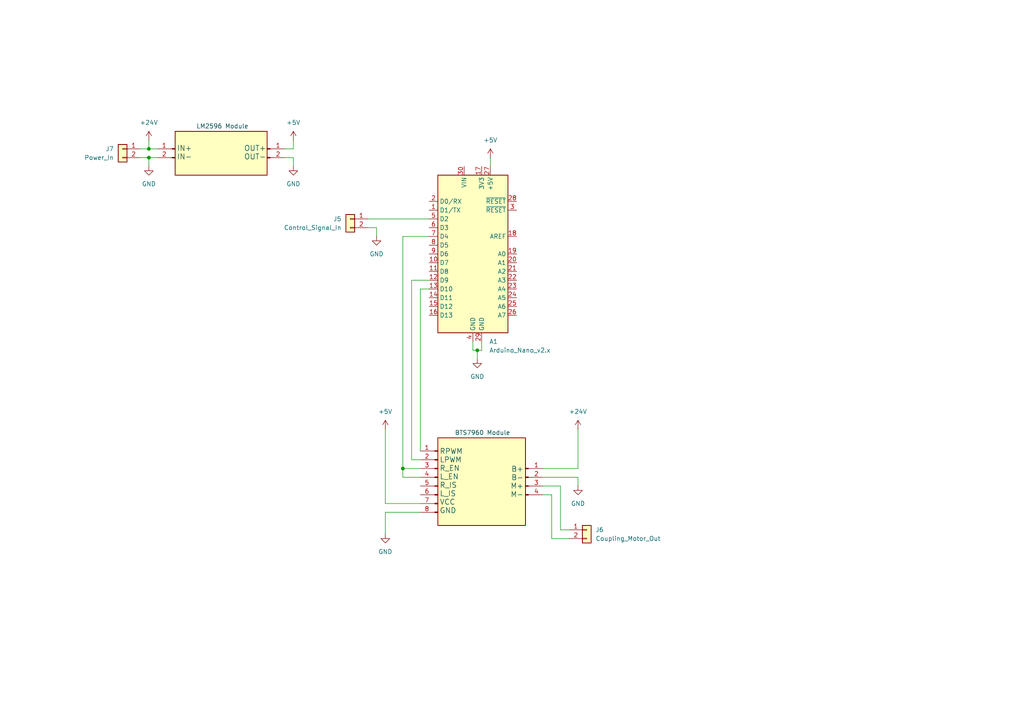
<source format=kicad_sch>
(kicad_sch (version 20231120) (generator "eeschema") (generator_version "8.0")
  (paper "A4")
  (title_block (title "Coupling Motor Controller") (company "Instituto Mauá de Tecnologia"))
  (lib_symbols
    (symbol "Connector:Conn_01x02_Pin" (pin_names (offset 1.016) hide)
      (property "Reference" "J" (at 0 2.54 0))
      (property "Value" "Conn_01x02_Pin" (at 0 -5.08 0))
      (symbol "Conn_01x02_Pin_1_1"
        (polyline (pts (xy 1.27 -2.54) (xy 0.8636 -2.54)) (stroke (width 0.1524)))
        (polyline (pts (xy 1.27 0) (xy 0.8636 0)) (stroke (width 0.1524)))
        (rectangle (start 0.8636 -2.413) (end 0 -2.667) (stroke (width 0.1524)) (fill (type outline)))
        (rectangle (start 0.8636 0.127) (end 0 -0.127) (stroke (width 0.1524)) (fill (type outline)))
        (pin passive line (at 5.08 0 180) (length 3.81) (name "Pin_1") (number "1"))
        (pin passive line (at 5.08 -2.54 180) (length 3.81) (name "Pin_2") (number "2"))
      )
    )
    (symbol "Connector:Conn_01x04_Pin" (pin_names (offset 1.016) hide)
      (property "Reference" "J" (at 0 5.08 0))
      (property "Value" "Conn_01x04_Pin" (at 0 -7.62 0))
      (symbol "Conn_01x04_Pin_1_1"
        (polyline (pts (xy 1.27 -5.08) (xy 0.8636 -5.08)) (stroke (width 0.1524)))
        (polyline (pts (xy 1.27 -2.54) (xy 0.8636 -2.54)) (stroke (width 0.1524)))
        (polyline (pts (xy 1.27 0) (xy 0.8636 0)) (stroke (width 0.1524)))
        (polyline (pts (xy 1.27 2.54) (xy 0.8636 2.54)) (stroke (width 0.1524)))
        (rectangle (start 0.8636 -4.953) (end 0 -5.207) (stroke (width 0.1524)) (fill (type outline)))
        (rectangle (start 0.8636 -2.413) (end 0 -2.667) (stroke (width 0.1524)) (fill (type outline)))
        (rectangle (start 0.8636 0.127) (end 0 -0.127) (stroke (width 0.1524)) (fill (type outline)))
        (rectangle (start 0.8636 2.667) (end 0 2.413) (stroke (width 0.1524)) (fill (type outline)))
        (pin passive line (at 5.08 2.54 180) (length 3.81) (name "Pin_1") (number "1"))
        (pin passive line (at 5.08 0 180) (length 3.81) (name "Pin_2") (number "2"))
        (pin passive line (at 5.08 -2.54 180) (length 3.81) (name "Pin_3") (number "3"))
        (pin passive line (at 5.08 -5.08 180) (length 3.81) (name "Pin_4") (number "4"))
      )
    )
    (symbol "Connector:Conn_01x08_Pin" (pin_names (offset 1.016) hide)
      (property "Reference" "J" (at 0 10.16 0))
      (property "Value" "Conn_01x08_Pin" (at 0 -12.7 0))
      (symbol "Conn_01x08_Pin_1_1"
        (polyline (pts (xy 1.27 -10.16) (xy 0.8636 -10.16)) (stroke (width 0.1524)))
        (polyline (pts (xy 1.27 -7.62) (xy 0.8636 -7.62)) (stroke (width 0.1524)))
        (polyline (pts (xy 1.27 -5.08) (xy 0.8636 -5.08)) (stroke (width 0.1524)))
        (polyline (pts (xy 1.27 -2.54) (xy 0.8636 -2.54)) (stroke (width 0.1524)))
        (polyline (pts (xy 1.27 0) (xy 0.8636 0)) (stroke (width 0.1524)))
        (polyline (pts (xy 1.27 2.54) (xy 0.8636 2.54)) (stroke (width 0.1524)))
        (polyline (pts (xy 1.27 5.08) (xy 0.8636 5.08)) (stroke (width 0.1524)))
        (polyline (pts (xy 1.27 7.62) (xy 0.8636 7.62)) (stroke (width 0.1524)))
        (rectangle (start 0.8636 -10.033) (end 0 -10.287) (stroke (width 0.1524)) (fill (type outline)))
        (rectangle (start 0.8636 -7.493) (end 0 -7.747) (stroke (width 0.1524)) (fill (type outline)))
        (rectangle (start 0.8636 -4.953) (end 0 -5.207) (stroke (width 0.1524)) (fill (type outline)))
        (rectangle (start 0.8636 -2.413) (end 0 -2.667) (stroke (width 0.1524)) (fill (type outline)))
        (rectangle (start 0.8636 0.127) (end 0 -0.127) (stroke (width 0.1524)) (fill (type outline)))
        (rectangle (start 0.8636 2.667) (end 0 2.413) (stroke (width 0.1524)) (fill (type outline)))
        (rectangle (start 0.8636 5.207) (end 0 4.953) (stroke (width 0.1524)) (fill (type outline)))
        (rectangle (start 0.8636 7.747) (end 0 7.493) (stroke (width 0.1524)) (fill (type outline)))
        (pin passive line (at 5.08 7.62 180) (length 3.81) (name "Pin_1") (number "1"))
        (pin passive line (at 5.08 5.08 180) (length 3.81) (name "Pin_2") (number "2"))
        (pin passive line (at 5.08 2.54 180) (length 3.81) (name "Pin_3") (number "3"))
        (pin passive line (at 5.08 0 180) (length 3.81) (name "Pin_4") (number "4"))
        (pin passive line (at 5.08 -2.54 180) (length 3.81) (name "Pin_5") (number "5"))
        (pin passive line (at 5.08 -5.08 180) (length 3.81) (name "Pin_6") (number "6"))
        (pin passive line (at 5.08 -7.62 180) (length 3.81) (name "Pin_7") (number "7"))
        (pin passive line (at 5.08 -10.16 180) (length 3.81) (name "Pin_8") (number "8"))
      )
    )
    (symbol "Connector_Generic:Conn_01x02" (pin_names (offset 1.016) hide)
      (property "Reference" "J" (at 0 2.54 0))
      (property "Value" "Conn_01x02" (at 0 -5.08 0))
      (symbol "Conn_01x02_1_1"
        (rectangle (start -1.27 -2.413) (end 0 -2.667) (stroke (width 0.1524)))
        (rectangle (start -1.27 0.127) (end 0 -0.127) (stroke (width 0.1524)))
        (rectangle (start -1.27 1.27) (end 1.27 -3.81) (stroke (width 0.254)) (fill (type background)))
        (pin passive line (at -5.08 0 0) (length 3.81) (name "Pin_1") (number "1"))
        (pin passive line (at -5.08 -2.54 0) (length 3.81) (name "Pin_2") (number "2"))
      )
    )
    (symbol "MCU_Module:Arduino_Nano_v2.x"
      (property "Reference" "A" (at -10.16 23.495 0))
      (property "Value" "Arduino_Nano_v2.x" (at 5.08 -24.13 0))
      (symbol "Arduino_Nano_v2.x_0_1"
        (rectangle (start -10.16 22.86) (end 10.16 -22.86) (stroke (width 0.254)) (fill (type background)))
      )
      (symbol "Arduino_Nano_v2.x_1_1"
        (pin bidirectional line (at -12.7 12.7 0) (length 2.54) (name "D1/TX") (number "1"))
        (pin bidirectional line (at -12.7 -2.54 0) (length 2.54) (name "D7") (number "10"))
        (pin bidirectional line (at -12.7 -5.08 0) (length 2.54) (name "D8") (number "11"))
        (pin bidirectional line (at -12.7 -7.62 0) (length 2.54) (name "D9") (number "12"))
        (pin bidirectional line (at -12.7 -10.16 0) (length 2.54) (name "D10") (number "13"))
        (pin bidirectional line (at -12.7 -12.7 0) (length 2.54) (name "D11") (number "14"))
        (pin bidirectional line (at -12.7 -15.24 0) (length 2.54) (name "D12") (number "15"))
        (pin bidirectional line (at -12.7 -17.78 0) (length 2.54) (name "D13") (number "16"))
        (pin power_out line (at 2.54 25.4 270) (length 2.54) (name "3V3") (number "17"))
        (pin input line (at 12.7 5.08 180) (length 2.54) (name "AREF") (number "18"))
        (pin bidirectional line (at 12.7 0 180) (length 2.54) (name "A0") (number "19"))
        (pin bidirectional line (at -12.7 15.24 0) (length 2.54) (name "D0/RX") (number "2"))
        (pin bidirectional line (at 12.7 -2.54 180) (length 2.54) (name "A1") (number "20"))
        (pin bidirectional line (at 12.7 -5.08 180) (length 2.54) (name "A2") (number "21"))
        (pin bidirectional line (at 12.7 -7.62 180) (length 2.54) (name "A3") (number "22"))
        (pin bidirectional line (at 12.7 -10.16 180) (length 2.54) (name "A4") (number "23"))
        (pin bidirectional line (at 12.7 -12.7 180) (length 2.54) (name "A5") (number "24"))
        (pin bidirectional line (at 12.7 -15.24 180) (length 2.54) (name "A6") (number "25"))
        (pin bidirectional line (at 12.7 -17.78 180) (length 2.54) (name "A7") (number "26"))
        (pin power_out line (at 5.08 25.4 270) (length 2.54) (name "+5V") (number "27"))
        (pin input line (at 12.7 15.24 180) (length 2.54) (name "~{RESET}") (number "28"))
        (pin power_in line (at 2.54 -25.4 90) (length 2.54) (name "GND") (number "29"))
        (pin input line (at 12.7 12.7 180) (length 2.54) (name "~{RESET}") (number "3"))
        (pin power_in line (at -2.54 25.4 270) (length 2.54) (name "VIN") (number "30"))
        (pin power_in line (at 0 -25.4 90) (length 2.54) (name "GND") (number "4"))
        (pin bidirectional line (at -12.7 10.16 0) (length 2.54) (name "D2") (number "5"))
        (pin bidirectional line (at -12.7 7.62 0) (length 2.54) (name "D3") (number "6"))
        (pin bidirectional line (at -12.7 5.08 0) (length 2.54) (name "D4") (number "7"))
        (pin bidirectional line (at -12.7 2.54 0) (length 2.54) (name "D5") (number "8"))
        (pin bidirectional line (at -12.7 0 0) (length 2.54) (name "D6") (number "9"))
      )
    )
    (symbol "power:+24V" (power) (pin_numbers hide) (pin_names (offset 0) hide)
      (property "Value" "+24V" (at 0 3.556 0))
      (symbol "+24V_0_1"
        (polyline (pts (xy -0.762 1.27) (xy 0 2.54)))
        (polyline (pts (xy 0 0) (xy 0 2.54)))
        (polyline (pts (xy 0 2.54) (xy 0.762 1.27)))
      )
      (symbol "+24V_1_1"
        (pin power_in line (at 0 0 90) (length 0) (name "~") (number "1"))
      )
    )
    (symbol "power:+5V" (power) (pin_numbers hide) (pin_names (offset 0) hide)
      (property "Value" "+5V" (at 0 3.556 0))
      (symbol "+5V_0_1"
        (polyline (pts (xy -0.762 1.27) (xy 0 2.54)))
        (polyline (pts (xy 0 0) (xy 0 2.54)))
        (polyline (pts (xy 0 2.54) (xy 0.762 1.27)))
      )
      (symbol "+5V_1_1"
        (pin power_in line (at 0 0 90) (length 0) (name "~") (number "1"))
      )
    )
    (symbol "power:GND" (power) (pin_numbers hide) (pin_names (offset 0) hide)
      (property "Value" "GND" (at 0 -3.81 0))
      (symbol "GND_0_1"
        (polyline (pts (xy 0 0) (xy 0 -1.27) (xy 1.27 -1.27) (xy 0 -2.54) (xy -1.27 -1.27) (xy 0 -1.27)))
      )
      (symbol "GND_1_1"
        (pin power_in line (at 0 0 270) (length 0) (name "~") (number "1"))
      )
    )
  )
  (junction (at 43.18 43.18))
  (junction (at 43.18 45.72))
  (junction (at 116.84 135.89))
  (junction (at 138.43 101.6))
  (wire (pts (xy 167.64 140.97) (xy 167.64 138.43)))
  (wire (pts (xy 109.22 66.04) (xy 106.68 66.04)))
  (wire (pts (xy 167.64 124.46) (xy 167.64 135.89)))
  (wire (pts (xy 142.24 45.72) (xy 142.24 48.26)))
  (wire (pts (xy 85.09 45.72) (xy 85.09 48.26)))
  (wire (pts (xy 43.18 43.18) (xy 45.72 43.18)))
  (wire (pts (xy 121.92 133.35) (xy 119.38 133.35)))
  (wire (pts (xy 121.92 130.81) (xy 121.92 83.82)))
  (wire (pts (xy 109.22 68.58) (xy 109.22 66.04)))
  (wire (pts (xy 160.02 156.21) (xy 165.1 156.21)))
  (wire (pts (xy 82.55 45.72) (xy 85.09 45.72)))
  (wire (pts (xy 111.76 154.94) (xy 111.76 148.59)))
  (wire (pts (xy 43.18 45.72) (xy 43.18 48.26)))
  (wire (pts (xy 119.38 81.28) (xy 124.46 81.28)))
  (wire (pts (xy 45.72 45.72) (xy 43.18 45.72)))
  (wire (pts (xy 119.38 133.35) (xy 119.38 81.28)))
  (wire (pts (xy 85.09 43.18) (xy 82.55 43.18)))
  (wire (pts (xy 121.92 138.43) (xy 116.84 138.43)))
  (wire (pts (xy 116.84 68.58) (xy 116.84 135.89)))
  (wire (pts (xy 116.84 135.89) (xy 121.92 135.89)))
  (wire (pts (xy 40.64 43.18) (xy 43.18 43.18)))
  (wire (pts (xy 138.43 101.6) (xy 139.7 101.6)))
  (wire (pts (xy 138.43 104.14) (xy 138.43 101.6)))
  (wire (pts (xy 85.09 40.64) (xy 85.09 43.18)))
  (wire (pts (xy 43.18 40.64) (xy 43.18 43.18)))
  (wire (pts (xy 160.02 143.51) (xy 157.48 143.51)))
  (wire (pts (xy 111.76 146.05) (xy 121.92 146.05)))
  (wire (pts (xy 111.76 124.46) (xy 111.76 146.05)))
  (wire (pts (xy 121.92 83.82) (xy 124.46 83.82)))
  (wire (pts (xy 116.84 68.58) (xy 124.46 68.58)))
  (wire (pts (xy 111.76 148.59) (xy 121.92 148.59)))
  (wire (pts (xy 137.16 101.6) (xy 137.16 99.06)))
  (wire (pts (xy 138.43 101.6) (xy 137.16 101.6)))
  (wire (pts (xy 162.56 153.67) (xy 162.56 140.97)))
  (wire (pts (xy 167.64 138.43) (xy 157.48 138.43)))
  (wire (pts (xy 40.64 45.72) (xy 43.18 45.72)))
  (wire (pts (xy 167.64 135.89) (xy 157.48 135.89)))
  (wire (pts (xy 162.56 153.67) (xy 165.1 153.67)))
  (wire (pts (xy 106.68 63.5) (xy 124.46 63.5)))
  (wire (pts (xy 160.02 156.21) (xy 160.02 143.51)))
  (wire (pts (xy 139.7 99.06) (xy 139.7 101.6)))
  (wire (pts (xy 116.84 135.89) (xy 116.84 138.43)))
  (wire (pts (xy 162.56 140.97) (xy 157.48 140.97)))
  (rectangle (start 50.8 38.1) (end 77.47 50.8) (stroke (width 0.254) (color 132 0 0 1)) (fill (type color) (color 255 255 194 1)))
  (rectangle (start 127 127) (end 152.4 152.4) (stroke (width 0.254) (color 132 0 0 1)) (fill (type color) (color 255 255 194 1)))
  (text "OUT+\nOUT-" (at 77.216 44.45 0) (effects (font (size 1.524 1.524)) (justify right)))
  (text "LM2596 Module" (at 64.516 36.83 0) (effects (font (size 1.27 1.27))))
  (text "B+\nB-\nM+\nM-" (at 151.892 139.954 0) (effects (font (size 1.524 1.524)) (justify right)))
  (text "RPWM\nLPWM\nR_EN\nL_EN\nR_IS\nL_IS\nVCC\nGND" (at 127.508 139.7 0) (effects (font (size 1.524 1.524)) (justify left)))
  (text "BTS7960 Module" (at 139.954 125.73 0) (effects (font (size 1.27 1.27))))
  (text "IN+\nIN-" (at 51.308 44.45 0) (effects (font (size 1.524 1.524)) (justify left)))
  (symbol (lib_id "power:GND") (at 111.76 154.94 0) (unit 1)
    (property "Reference" "#PWR06" (effects (hide yes)))
    (property "Value" "GND" (at 111.76 160.02 0))
    (property "Description" "Power symbol creates a global label with name \"GND\" , ground" (effects (hide yes)))
  )
  (symbol (lib_id "power:+5V") (at 142.24 45.72 0) (unit 1)
    (property "Reference" "#PWR011" (effects (hide yes)))
    (property "Value" "+5V" (at 142.24 40.64 0))
    (property "Description" "Power symbol creates a global label with name \"+5V\"" (effects (hide yes)))
  )
  (symbol (lib_id "Connector_Generic:Conn_01x02") (at 170.18 153.67 0) (unit 1)
    (property "Reference" "J6" (at 172.72 153.6699 0) (effects (justify left)))
    (property "Value" "Coupling_Motor_Out" (at 172.72 156.2099 0) (effects (justify left)))
    (property "Description" "Generic connector, single row, 01x02, script generated (kicad-library-utils/schlib/autogen/connector/)" (effects (hide yes)))
  )
  (symbol (lib_id "power:GND") (at 167.64 140.97 0) (unit 1)
    (property "Reference" "#PWR07" (effects (hide yes)))
    (property "Value" "GND" (at 167.64 146.05 0))
    (property "Description" "Power symbol creates a global label with name \"GND\" , ground" (effects (hide yes)))
  )
  (symbol (lib_id "Connector:Conn_01x04_Pin") (at 152.4 138.43 0) (unit 1)
    (property "Reference" "J3" (effects (hide yes)))
    (property "Value" "Conn_01x04_Pin" (effects (hide yes)))
    (property "Description" "Generic connector, single row, 01x04, script generated" (effects (hide yes)))
  )
  (symbol (lib_id "power:+5V") (at 85.09 40.64 0) (unit 1)
    (property "Reference" "#PWR02" (effects (hide yes)))
    (property "Value" "+5V" (at 85.09 35.56 0))
    (property "Description" "Power symbol creates a global label with name \"+5V\"" (effects (hide yes)))
  )
  (symbol (lib_id "Connector:Conn_01x02_Pin") (at 50.8 43.18 0) (mirror y) (unit 1)
    (property "Reference" "J1" (effects (hide yes)))
    (property "Value" "Conn_01x02_Pin" (effects (hide yes)))
    (property "Description" "Generic connector, single row, 01x02, script generated" (effects (hide yes)))
  )
  (symbol (lib_id "Connector:Conn_01x08_Pin") (at 127 138.43 0) (mirror y) (unit 1)
    (property "Reference" "J4" (effects (hide yes)))
    (property "Value" "Conn_01x08_Pin" (effects (hide yes)))
    (property "Description" "Generic connector, single row, 01x08, script generated" (effects (hide yes)))
  )
  (symbol (lib_id "Connector:Conn_01x02_Pin") (at 77.47 43.18 0) (unit 1)
    (property "Reference" "J2" (effects (hide yes)))
    (property "Value" "Conn_01x02_Pin" (effects (hide yes)))
    (property "Description" "Generic connector, single row, 01x02, script generated" (effects (hide yes)))
  )
  (symbol (lib_id "power:GND") (at 109.22 68.58 0) (unit 1)
    (property "Reference" "#PWR09" (effects (hide yes)))
    (property "Value" "GND" (at 109.22 73.66 0))
    (property "Description" "Power symbol creates a global label with name \"GND\" , ground" (effects (hide yes)))
  )
  (symbol (lib_id "power:GND") (at 43.18 48.26 0) (unit 1)
    (property "Reference" "#PWR01" (effects (hide yes)))
    (property "Value" "GND" (at 43.18 53.34 0))
    (property "Description" "Power symbol creates a global label with name \"GND\" , ground" (effects (hide yes)))
  )
  (symbol (lib_id "Connector_Generic:Conn_01x02") (at 101.6 63.5 0) (mirror y) (unit 1)
    (property "Reference" "J5" (at 99.06 63.4999 0) (effects (justify left)))
    (property "Value" "Control_Signal_In" (at 99.06 66.0399 0) (effects (justify left)))
    (property "Description" "Generic connector, single row, 01x02, script generated (kicad-library-utils/schlib/autogen/connector/)" (effects (hide yes)))
  )
  (symbol (lib_id "power:GND") (at 85.09 48.26 0) (unit 1)
    (property "Reference" "#PWR04" (effects (hide yes)))
    (property "Value" "GND" (at 85.09 53.34 0))
    (property "Description" "Power symbol creates a global label with name \"GND\" , ground" (effects (hide yes)))
  )
  (symbol (lib_id "power:+24V") (at 167.64 124.46 0) (unit 1)
    (property "Reference" "#PWR08" (effects (hide yes)))
    (property "Value" "+24V" (at 167.64 119.38 0))
    (property "Description" "Power symbol creates a global label with name \"+24V\"" (effects (hide yes)))
  )
  (symbol (lib_id "Connector_Generic:Conn_01x02") (at 35.56 43.18 0) (mirror y) (unit 1)
    (property "Reference" "J7" (at 33.02 43.1799 0) (effects (justify left)))
    (property "Value" "Power_In" (at 33.02 45.7199 0) (effects (justify left)))
    (property "Description" "Generic connector, single row, 01x02, script generated (kicad-library-utils/schlib/autogen/connector/)" (effects (hide yes)))
  )
  (symbol (lib_id "power:GND") (at 138.43 104.14 0) (unit 1)
    (property "Reference" "#PWR010" (effects (hide yes)))
    (property "Value" "GND" (at 138.43 109.22 0))
    (property "Description" "Power symbol creates a global label with name \"GND\" , ground" (effects (hide yes)))
  )
  (symbol (lib_id "power:+24V") (at 43.18 40.64 0) (unit 1)
    (property "Reference" "#PWR03" (effects (hide yes)))
    (property "Value" "+24V" (at 43.18 35.56 0))
    (property "Description" "Power symbol creates a global label with name \"+24V\"" (effects (hide yes)))
  )
  (symbol (lib_id "MCU_Module:Arduino_Nano_v2.x") (at 137.16 73.66 0) (unit 1)
    (property "Reference" "A1" (at 141.8941 99.06 0) (effects (justify left)))
    (property "Value" "Arduino_Nano_v2.x" (at 141.8941 101.6 0) (effects (justify left)))
    (property "Footprint" "Module:Arduino_Nano" (effects (hide yes)))
    (property "Datasheet" "https://www.arduino.cc/en/uploads/Main/ArduinoNanoManual23.pdf" (effects (hide yes)))
  )
  (symbol (lib_id "power:+5V") (at 111.76 124.46 0) (unit 1)
    (property "Reference" "#PWR05" (effects (hide yes)))
    (property "Value" "+5V" (at 111.76 119.38 0))
    (property "Description" "Power symbol creates a global label with name \"+5V\"" (effects (hide yes)))
  )
)
</source>
